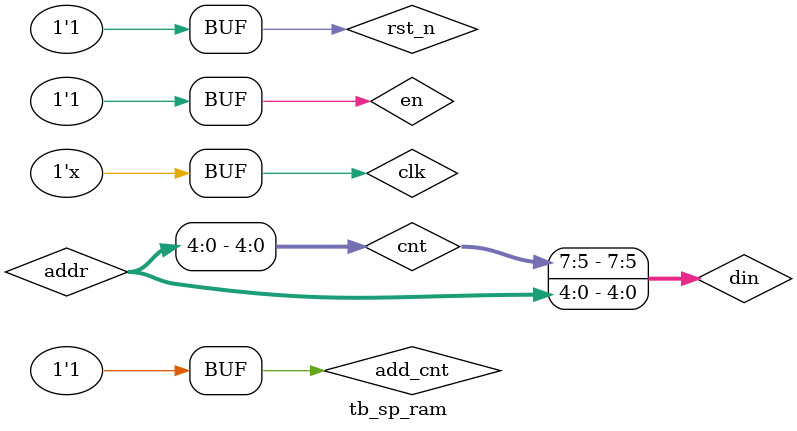
<source format=v>
`timescale 1ns / 1ps

module tb_sp_ram();

localparam DATA_WIDTH = 8;
localparam ADDR_WIDTH = 5;
localparam MAX_CNT = (2**ADDR_WIDTH) * 2;
localparam CNT_WIDTH = $clog2(MAX_CNT + 1);

reg clk;
reg rst_n;

wire[ADDR_WIDTH-1:0] addr;
wire[DATA_WIDTH-1:0] din;
wire[DATA_WIDTH-1:0] dout;
reg en;
wire wen;

initial begin
    clk = 0;
    rst_n = 0;
    en = 0;
    #50
    rst_n = 1;
    #50
    en = 1;
end

always #1 clk = ~clk;

sp_ram #(
    .DATA_WIDTH(DATA_WIDTH),
    .ADDR_WIDTH(ADDR_WIDTH)
) u_sp_ram(
    .clk(clk),
    .wen(wen),
    .en(en),
    .addr(addr),
    .din(din),
    .q(dout)
    );

reg[CNT_WIDTH:0] cnt;
always @ (posedge clk or negedge rst_n) begin
    if (rst_n==1'b0) begin
        cnt <= 0;
    end
    else if (add_cnt) begin
        if (end_cnt)
            cnt <= 0;
        else
            cnt <= cnt + 1'b1;
    end
end

assign add_cnt = en;
assign end_cnt = add_cnt && cnt == MAX_CNT - 1;

assign wen = (add_cnt && cnt < MAX_CNT/2) ? 1 : 0;
assign addr = cnt;
assign din = cnt;

endmodule

</source>
